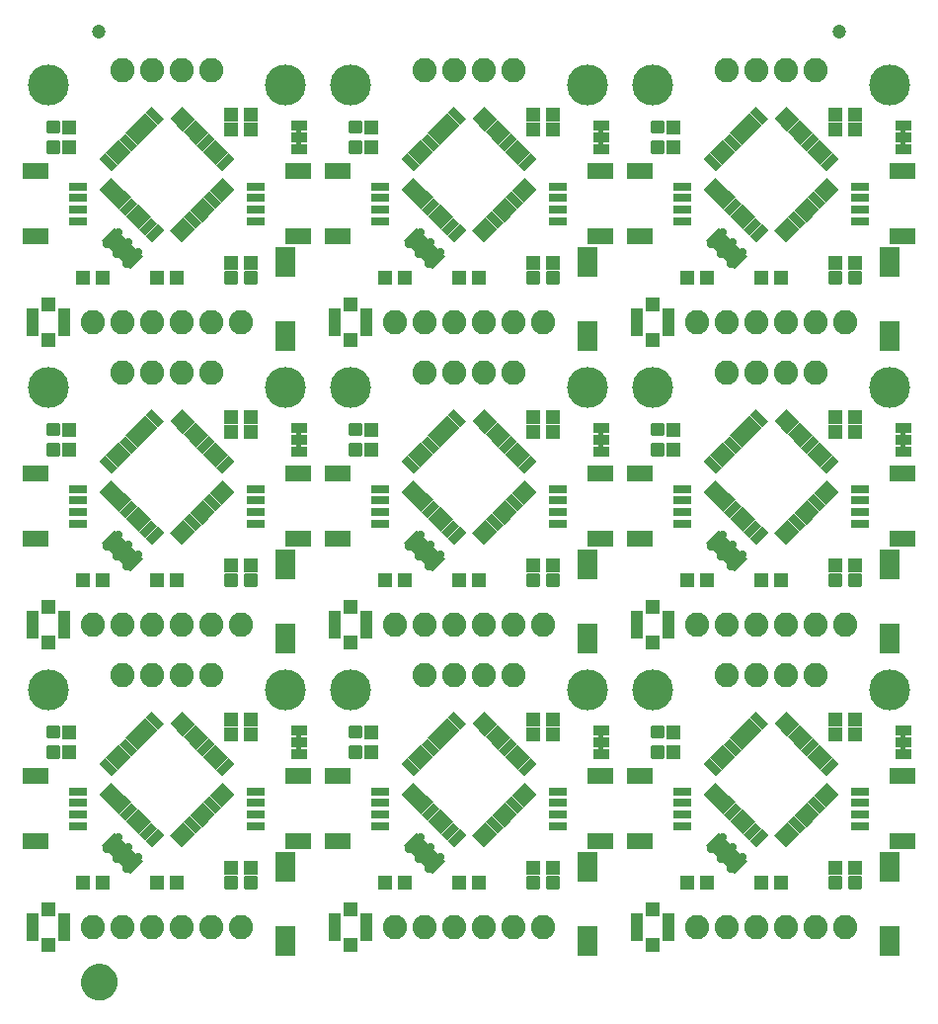
<source format=gts>
G75*
%MOIN*%
%OFA0B0*%
%FSLAX25Y25*%
%IPPOS*%
%LPD*%
%AMOC8*
5,1,8,0,0,1.08239X$1,22.5*
%
%ADD10R,0.05131X0.04737*%
%ADD11C,0.01421*%
%ADD12R,0.08674X0.05524*%
%ADD13R,0.06115X0.03162*%
%ADD14C,0.08200*%
%ADD15R,0.04146X0.09461*%
%ADD16R,0.04737X0.04934*%
%ADD17R,0.05800X0.03300*%
%ADD18C,0.00500*%
%ADD19R,0.04737X0.05131*%
%ADD20R,0.07099X0.09855*%
%ADD21R,0.05800X0.03000*%
%ADD22R,0.03000X0.05800*%
%ADD23C,0.02572*%
%ADD24R,0.13760X0.06040*%
%ADD25C,0.13800*%
%ADD26C,0.04737*%
%ADD27C,0.05000*%
%ADD28C,0.06706*%
D10*
X0050404Y0053750D03*
X0057096Y0053750D03*
X0075404Y0053750D03*
X0082096Y0053750D03*
X0100404Y0058750D03*
X0107096Y0058750D03*
X0152404Y0053750D03*
X0159096Y0053750D03*
X0177404Y0053750D03*
X0184096Y0053750D03*
X0202404Y0058750D03*
X0209096Y0058750D03*
X0254404Y0053750D03*
X0261096Y0053750D03*
X0279404Y0053750D03*
X0286096Y0053750D03*
X0304404Y0058750D03*
X0311096Y0058750D03*
X0311096Y0103750D03*
X0304404Y0103750D03*
X0304404Y0108750D03*
X0311096Y0108750D03*
X0286096Y0155750D03*
X0279404Y0155750D03*
X0261096Y0155750D03*
X0254404Y0155750D03*
X0209096Y0160750D03*
X0202404Y0160750D03*
X0184096Y0155750D03*
X0177404Y0155750D03*
X0159096Y0155750D03*
X0152404Y0155750D03*
X0107096Y0160750D03*
X0100404Y0160750D03*
X0082096Y0155750D03*
X0075404Y0155750D03*
X0057096Y0155750D03*
X0050404Y0155750D03*
X0100404Y0108750D03*
X0100404Y0103750D03*
X0107096Y0103750D03*
X0107096Y0108750D03*
X0202404Y0108750D03*
X0202404Y0103750D03*
X0209096Y0103750D03*
X0209096Y0108750D03*
X0304404Y0160750D03*
X0311096Y0160750D03*
X0311096Y0205750D03*
X0311096Y0210750D03*
X0304404Y0210750D03*
X0304404Y0205750D03*
X0286096Y0257750D03*
X0279404Y0257750D03*
X0261096Y0257750D03*
X0254404Y0257750D03*
X0209096Y0262750D03*
X0202404Y0262750D03*
X0184096Y0257750D03*
X0177404Y0257750D03*
X0159096Y0257750D03*
X0152404Y0257750D03*
X0107096Y0262750D03*
X0100404Y0262750D03*
X0082096Y0257750D03*
X0075404Y0257750D03*
X0057096Y0257750D03*
X0050404Y0257750D03*
X0100404Y0210750D03*
X0100404Y0205750D03*
X0107096Y0205750D03*
X0107096Y0210750D03*
X0202404Y0210750D03*
X0202404Y0205750D03*
X0209096Y0205750D03*
X0209096Y0210750D03*
X0304404Y0262750D03*
X0311096Y0262750D03*
X0311096Y0307750D03*
X0304404Y0307750D03*
X0304404Y0312750D03*
X0311096Y0312750D03*
X0209096Y0312750D03*
X0209096Y0307750D03*
X0202404Y0307750D03*
X0202404Y0312750D03*
X0107096Y0312750D03*
X0107096Y0307750D03*
X0100404Y0307750D03*
X0100404Y0312750D03*
D11*
X0140592Y0310361D02*
X0143908Y0310361D01*
X0143908Y0307045D01*
X0140592Y0307045D01*
X0140592Y0310361D01*
X0140592Y0308465D02*
X0143908Y0308465D01*
X0143908Y0309885D02*
X0140592Y0309885D01*
X0140592Y0303455D02*
X0143908Y0303455D01*
X0143908Y0300139D01*
X0140592Y0300139D01*
X0140592Y0303455D01*
X0140592Y0301559D02*
X0143908Y0301559D01*
X0143908Y0302979D02*
X0140592Y0302979D01*
X0108861Y0259408D02*
X0108861Y0256092D01*
X0105545Y0256092D01*
X0105545Y0259408D01*
X0108861Y0259408D01*
X0108861Y0257512D02*
X0105545Y0257512D01*
X0105545Y0258932D02*
X0108861Y0258932D01*
X0101955Y0259408D02*
X0101955Y0256092D01*
X0098639Y0256092D01*
X0098639Y0259408D01*
X0101955Y0259408D01*
X0101955Y0257512D02*
X0098639Y0257512D01*
X0098639Y0258932D02*
X0101955Y0258932D01*
X0140592Y0208361D02*
X0143908Y0208361D01*
X0143908Y0205045D01*
X0140592Y0205045D01*
X0140592Y0208361D01*
X0140592Y0206465D02*
X0143908Y0206465D01*
X0143908Y0207885D02*
X0140592Y0207885D01*
X0140592Y0201455D02*
X0143908Y0201455D01*
X0143908Y0198139D01*
X0140592Y0198139D01*
X0140592Y0201455D01*
X0140592Y0199559D02*
X0143908Y0199559D01*
X0143908Y0200979D02*
X0140592Y0200979D01*
X0108861Y0157408D02*
X0108861Y0154092D01*
X0105545Y0154092D01*
X0105545Y0157408D01*
X0108861Y0157408D01*
X0108861Y0155512D02*
X0105545Y0155512D01*
X0105545Y0156932D02*
X0108861Y0156932D01*
X0101955Y0157408D02*
X0101955Y0154092D01*
X0098639Y0154092D01*
X0098639Y0157408D01*
X0101955Y0157408D01*
X0101955Y0155512D02*
X0098639Y0155512D01*
X0098639Y0156932D02*
X0101955Y0156932D01*
X0140592Y0106361D02*
X0143908Y0106361D01*
X0143908Y0103045D01*
X0140592Y0103045D01*
X0140592Y0106361D01*
X0140592Y0104465D02*
X0143908Y0104465D01*
X0143908Y0105885D02*
X0140592Y0105885D01*
X0140592Y0099455D02*
X0143908Y0099455D01*
X0143908Y0096139D01*
X0140592Y0096139D01*
X0140592Y0099455D01*
X0140592Y0097559D02*
X0143908Y0097559D01*
X0143908Y0098979D02*
X0140592Y0098979D01*
X0108861Y0055408D02*
X0108861Y0052092D01*
X0105545Y0052092D01*
X0105545Y0055408D01*
X0108861Y0055408D01*
X0108861Y0053512D02*
X0105545Y0053512D01*
X0105545Y0054932D02*
X0108861Y0054932D01*
X0101955Y0055408D02*
X0101955Y0052092D01*
X0098639Y0052092D01*
X0098639Y0055408D01*
X0101955Y0055408D01*
X0101955Y0053512D02*
X0098639Y0053512D01*
X0098639Y0054932D02*
X0101955Y0054932D01*
X0041908Y0099455D02*
X0038592Y0099455D01*
X0041908Y0099455D02*
X0041908Y0096139D01*
X0038592Y0096139D01*
X0038592Y0099455D01*
X0038592Y0097559D02*
X0041908Y0097559D01*
X0041908Y0098979D02*
X0038592Y0098979D01*
X0038592Y0106361D02*
X0041908Y0106361D01*
X0041908Y0103045D01*
X0038592Y0103045D01*
X0038592Y0106361D01*
X0038592Y0104465D02*
X0041908Y0104465D01*
X0041908Y0105885D02*
X0038592Y0105885D01*
X0038592Y0201455D02*
X0041908Y0201455D01*
X0041908Y0198139D01*
X0038592Y0198139D01*
X0038592Y0201455D01*
X0038592Y0199559D02*
X0041908Y0199559D01*
X0041908Y0200979D02*
X0038592Y0200979D01*
X0038592Y0208361D02*
X0041908Y0208361D01*
X0041908Y0205045D01*
X0038592Y0205045D01*
X0038592Y0208361D01*
X0038592Y0206465D02*
X0041908Y0206465D01*
X0041908Y0207885D02*
X0038592Y0207885D01*
X0038592Y0303455D02*
X0041908Y0303455D01*
X0041908Y0300139D01*
X0038592Y0300139D01*
X0038592Y0303455D01*
X0038592Y0301559D02*
X0041908Y0301559D01*
X0041908Y0302979D02*
X0038592Y0302979D01*
X0038592Y0310361D02*
X0041908Y0310361D01*
X0041908Y0307045D01*
X0038592Y0307045D01*
X0038592Y0310361D01*
X0038592Y0308465D02*
X0041908Y0308465D01*
X0041908Y0309885D02*
X0038592Y0309885D01*
X0203955Y0259408D02*
X0203955Y0256092D01*
X0200639Y0256092D01*
X0200639Y0259408D01*
X0203955Y0259408D01*
X0203955Y0257512D02*
X0200639Y0257512D01*
X0200639Y0258932D02*
X0203955Y0258932D01*
X0210861Y0259408D02*
X0210861Y0256092D01*
X0207545Y0256092D01*
X0207545Y0259408D01*
X0210861Y0259408D01*
X0210861Y0257512D02*
X0207545Y0257512D01*
X0207545Y0258932D02*
X0210861Y0258932D01*
X0242592Y0303455D02*
X0245908Y0303455D01*
X0245908Y0300139D01*
X0242592Y0300139D01*
X0242592Y0303455D01*
X0242592Y0301559D02*
X0245908Y0301559D01*
X0245908Y0302979D02*
X0242592Y0302979D01*
X0242592Y0310361D02*
X0245908Y0310361D01*
X0245908Y0307045D01*
X0242592Y0307045D01*
X0242592Y0310361D01*
X0242592Y0308465D02*
X0245908Y0308465D01*
X0245908Y0309885D02*
X0242592Y0309885D01*
X0305955Y0259408D02*
X0305955Y0256092D01*
X0302639Y0256092D01*
X0302639Y0259408D01*
X0305955Y0259408D01*
X0305955Y0257512D02*
X0302639Y0257512D01*
X0302639Y0258932D02*
X0305955Y0258932D01*
X0312861Y0259408D02*
X0312861Y0256092D01*
X0309545Y0256092D01*
X0309545Y0259408D01*
X0312861Y0259408D01*
X0312861Y0257512D02*
X0309545Y0257512D01*
X0309545Y0258932D02*
X0312861Y0258932D01*
X0245908Y0208361D02*
X0242592Y0208361D01*
X0245908Y0208361D02*
X0245908Y0205045D01*
X0242592Y0205045D01*
X0242592Y0208361D01*
X0242592Y0206465D02*
X0245908Y0206465D01*
X0245908Y0207885D02*
X0242592Y0207885D01*
X0242592Y0201455D02*
X0245908Y0201455D01*
X0245908Y0198139D01*
X0242592Y0198139D01*
X0242592Y0201455D01*
X0242592Y0199559D02*
X0245908Y0199559D01*
X0245908Y0200979D02*
X0242592Y0200979D01*
X0210861Y0157408D02*
X0210861Y0154092D01*
X0207545Y0154092D01*
X0207545Y0157408D01*
X0210861Y0157408D01*
X0210861Y0155512D02*
X0207545Y0155512D01*
X0207545Y0156932D02*
X0210861Y0156932D01*
X0203955Y0157408D02*
X0203955Y0154092D01*
X0200639Y0154092D01*
X0200639Y0157408D01*
X0203955Y0157408D01*
X0203955Y0155512D02*
X0200639Y0155512D01*
X0200639Y0156932D02*
X0203955Y0156932D01*
X0242592Y0106361D02*
X0245908Y0106361D01*
X0245908Y0103045D01*
X0242592Y0103045D01*
X0242592Y0106361D01*
X0242592Y0104465D02*
X0245908Y0104465D01*
X0245908Y0105885D02*
X0242592Y0105885D01*
X0242592Y0099455D02*
X0245908Y0099455D01*
X0245908Y0096139D01*
X0242592Y0096139D01*
X0242592Y0099455D01*
X0242592Y0097559D02*
X0245908Y0097559D01*
X0245908Y0098979D02*
X0242592Y0098979D01*
X0210861Y0055408D02*
X0210861Y0052092D01*
X0207545Y0052092D01*
X0207545Y0055408D01*
X0210861Y0055408D01*
X0210861Y0053512D02*
X0207545Y0053512D01*
X0207545Y0054932D02*
X0210861Y0054932D01*
X0203955Y0055408D02*
X0203955Y0052092D01*
X0200639Y0052092D01*
X0200639Y0055408D01*
X0203955Y0055408D01*
X0203955Y0053512D02*
X0200639Y0053512D01*
X0200639Y0054932D02*
X0203955Y0054932D01*
X0305955Y0055408D02*
X0305955Y0052092D01*
X0302639Y0052092D01*
X0302639Y0055408D01*
X0305955Y0055408D01*
X0305955Y0053512D02*
X0302639Y0053512D01*
X0302639Y0054932D02*
X0305955Y0054932D01*
X0312861Y0055408D02*
X0312861Y0052092D01*
X0309545Y0052092D01*
X0309545Y0055408D01*
X0312861Y0055408D01*
X0312861Y0053512D02*
X0309545Y0053512D01*
X0309545Y0054932D02*
X0312861Y0054932D01*
X0312861Y0154092D02*
X0312861Y0157408D01*
X0312861Y0154092D02*
X0309545Y0154092D01*
X0309545Y0157408D01*
X0312861Y0157408D01*
X0312861Y0155512D02*
X0309545Y0155512D01*
X0309545Y0156932D02*
X0312861Y0156932D01*
X0305955Y0157408D02*
X0305955Y0154092D01*
X0302639Y0154092D01*
X0302639Y0157408D01*
X0305955Y0157408D01*
X0305955Y0155512D02*
X0302639Y0155512D01*
X0302639Y0156932D02*
X0305955Y0156932D01*
D12*
X0327219Y0169726D03*
X0327219Y0191774D03*
X0327219Y0271726D03*
X0327219Y0293774D03*
X0238281Y0293774D03*
X0225219Y0293774D03*
X0225219Y0271726D03*
X0238281Y0271726D03*
X0238281Y0191774D03*
X0225219Y0191774D03*
X0225219Y0169726D03*
X0238281Y0169726D03*
X0238281Y0089774D03*
X0225219Y0089774D03*
X0225219Y0067726D03*
X0238281Y0067726D03*
X0327219Y0067726D03*
X0327219Y0089774D03*
X0136281Y0089774D03*
X0123219Y0089774D03*
X0123219Y0067726D03*
X0136281Y0067726D03*
X0034281Y0067726D03*
X0034281Y0089774D03*
X0034281Y0169726D03*
X0034281Y0191774D03*
X0034281Y0271726D03*
X0034281Y0293774D03*
X0123219Y0293774D03*
X0136281Y0293774D03*
X0136281Y0271726D03*
X0123219Y0271726D03*
X0123219Y0191774D03*
X0136281Y0191774D03*
X0136281Y0169726D03*
X0123219Y0169726D03*
D13*
X0108750Y0174844D03*
X0108750Y0178781D03*
X0108750Y0182719D03*
X0108750Y0186656D03*
X0150750Y0186656D03*
X0150750Y0182719D03*
X0150750Y0178781D03*
X0150750Y0174844D03*
X0210750Y0174844D03*
X0210750Y0178781D03*
X0210750Y0182719D03*
X0210750Y0186656D03*
X0252750Y0186656D03*
X0252750Y0182719D03*
X0252750Y0178781D03*
X0252750Y0174844D03*
X0312750Y0174844D03*
X0312750Y0178781D03*
X0312750Y0182719D03*
X0312750Y0186656D03*
X0312750Y0276844D03*
X0312750Y0280781D03*
X0312750Y0284719D03*
X0312750Y0288656D03*
X0252750Y0288656D03*
X0252750Y0284719D03*
X0252750Y0280781D03*
X0252750Y0276844D03*
X0210750Y0276844D03*
X0210750Y0280781D03*
X0210750Y0284719D03*
X0210750Y0288656D03*
X0150750Y0288656D03*
X0150750Y0284719D03*
X0150750Y0280781D03*
X0150750Y0276844D03*
X0108750Y0276844D03*
X0108750Y0280781D03*
X0108750Y0284719D03*
X0108750Y0288656D03*
X0048750Y0288656D03*
X0048750Y0284719D03*
X0048750Y0280781D03*
X0048750Y0276844D03*
X0048750Y0186656D03*
X0048750Y0182719D03*
X0048750Y0178781D03*
X0048750Y0174844D03*
X0048750Y0084656D03*
X0048750Y0080719D03*
X0048750Y0076781D03*
X0048750Y0072844D03*
X0108750Y0072844D03*
X0108750Y0076781D03*
X0108750Y0080719D03*
X0108750Y0084656D03*
X0150750Y0084656D03*
X0150750Y0080719D03*
X0150750Y0076781D03*
X0150750Y0072844D03*
X0210750Y0072844D03*
X0210750Y0076781D03*
X0210750Y0080719D03*
X0210750Y0084656D03*
X0252750Y0084656D03*
X0252750Y0080719D03*
X0252750Y0076781D03*
X0252750Y0072844D03*
X0312750Y0072844D03*
X0312750Y0076781D03*
X0312750Y0080719D03*
X0312750Y0084656D03*
D14*
X0297750Y0123750D03*
X0287750Y0123750D03*
X0277750Y0123750D03*
X0267750Y0123750D03*
X0267750Y0140750D03*
X0257750Y0140750D03*
X0277750Y0140750D03*
X0287750Y0140750D03*
X0297750Y0140750D03*
X0307750Y0140750D03*
X0297750Y0225750D03*
X0287750Y0225750D03*
X0277750Y0225750D03*
X0267750Y0225750D03*
X0267750Y0242750D03*
X0257750Y0242750D03*
X0277750Y0242750D03*
X0287750Y0242750D03*
X0297750Y0242750D03*
X0307750Y0242750D03*
X0297750Y0327750D03*
X0287750Y0327750D03*
X0277750Y0327750D03*
X0267750Y0327750D03*
X0195750Y0327750D03*
X0185750Y0327750D03*
X0175750Y0327750D03*
X0165750Y0327750D03*
X0093750Y0327750D03*
X0083750Y0327750D03*
X0073750Y0327750D03*
X0063750Y0327750D03*
X0063750Y0242750D03*
X0053750Y0242750D03*
X0063750Y0225750D03*
X0073750Y0225750D03*
X0083750Y0225750D03*
X0093750Y0225750D03*
X0093750Y0242750D03*
X0083750Y0242750D03*
X0073750Y0242750D03*
X0103750Y0242750D03*
X0155750Y0242750D03*
X0165750Y0242750D03*
X0175750Y0242750D03*
X0185750Y0242750D03*
X0195750Y0242750D03*
X0205750Y0242750D03*
X0195750Y0225750D03*
X0185750Y0225750D03*
X0175750Y0225750D03*
X0165750Y0225750D03*
X0165750Y0140750D03*
X0155750Y0140750D03*
X0175750Y0140750D03*
X0185750Y0140750D03*
X0195750Y0140750D03*
X0205750Y0140750D03*
X0195750Y0123750D03*
X0185750Y0123750D03*
X0175750Y0123750D03*
X0165750Y0123750D03*
X0103750Y0140750D03*
X0093750Y0140750D03*
X0083750Y0140750D03*
X0073750Y0140750D03*
X0063750Y0140750D03*
X0053750Y0140750D03*
X0063750Y0123750D03*
X0073750Y0123750D03*
X0083750Y0123750D03*
X0093750Y0123750D03*
X0093750Y0038750D03*
X0083750Y0038750D03*
X0073750Y0038750D03*
X0063750Y0038750D03*
X0053750Y0038750D03*
X0103750Y0038750D03*
X0155750Y0038750D03*
X0165750Y0038750D03*
X0175750Y0038750D03*
X0185750Y0038750D03*
X0195750Y0038750D03*
X0205750Y0038750D03*
X0257750Y0038750D03*
X0267750Y0038750D03*
X0277750Y0038750D03*
X0287750Y0038750D03*
X0297750Y0038750D03*
X0307750Y0038750D03*
D15*
X0248163Y0038750D03*
X0237337Y0038750D03*
X0146163Y0038750D03*
X0135337Y0038750D03*
X0044163Y0038750D03*
X0033337Y0038750D03*
X0033337Y0140750D03*
X0044163Y0140750D03*
X0135337Y0140750D03*
X0146163Y0140750D03*
X0237337Y0140750D03*
X0248163Y0140750D03*
X0248163Y0242750D03*
X0237337Y0242750D03*
X0146163Y0242750D03*
X0135337Y0242750D03*
X0044163Y0242750D03*
X0033337Y0242750D03*
D16*
X0038750Y0032746D03*
X0038750Y0044754D03*
X0038750Y0134746D03*
X0038750Y0146754D03*
X0038750Y0236746D03*
X0038750Y0248754D03*
X0140750Y0248754D03*
X0140750Y0236746D03*
X0140750Y0146754D03*
X0140750Y0134746D03*
X0140750Y0044754D03*
X0140750Y0032746D03*
X0242750Y0032746D03*
X0242750Y0044754D03*
X0242750Y0134746D03*
X0242750Y0146754D03*
X0242750Y0236746D03*
X0242750Y0248754D03*
D17*
X0225250Y0207250D03*
X0225250Y0203250D03*
X0225250Y0199250D03*
X0225250Y0105250D03*
X0225250Y0101250D03*
X0225250Y0097250D03*
X0123250Y0097250D03*
X0123250Y0101250D03*
X0123250Y0105250D03*
X0123250Y0199250D03*
X0123250Y0203250D03*
X0123250Y0207250D03*
X0123250Y0301250D03*
X0123250Y0305250D03*
X0123250Y0309250D03*
X0225250Y0309250D03*
X0225250Y0305250D03*
X0225250Y0301250D03*
X0327250Y0301250D03*
X0327250Y0305250D03*
X0327250Y0309250D03*
X0327250Y0207250D03*
X0327250Y0203250D03*
X0327250Y0199250D03*
X0327250Y0105250D03*
X0327250Y0101250D03*
X0327250Y0097250D03*
D18*
X0327750Y0098500D02*
X0326750Y0098500D01*
X0326750Y0100000D01*
X0327750Y0100000D01*
X0327750Y0098500D01*
X0327750Y0098542D02*
X0326750Y0098542D01*
X0326750Y0099040D02*
X0327750Y0099040D01*
X0327750Y0099539D02*
X0326750Y0099539D01*
X0326750Y0102500D02*
X0327750Y0102500D01*
X0327750Y0104000D01*
X0326750Y0104000D01*
X0326750Y0102500D01*
X0326750Y0102530D02*
X0327750Y0102530D01*
X0327750Y0103028D02*
X0326750Y0103028D01*
X0326750Y0103527D02*
X0327750Y0103527D01*
X0225750Y0103527D02*
X0224750Y0103527D01*
X0224750Y0104000D02*
X0225750Y0104000D01*
X0225750Y0102500D01*
X0224750Y0102500D01*
X0224750Y0104000D01*
X0224750Y0103028D02*
X0225750Y0103028D01*
X0225750Y0102530D02*
X0224750Y0102530D01*
X0224750Y0100000D02*
X0225750Y0100000D01*
X0225750Y0098500D01*
X0224750Y0098500D01*
X0224750Y0100000D01*
X0224750Y0099539D02*
X0225750Y0099539D01*
X0225750Y0099040D02*
X0224750Y0099040D01*
X0224750Y0098542D02*
X0225750Y0098542D01*
X0123750Y0098542D02*
X0122750Y0098542D01*
X0122750Y0098500D02*
X0123750Y0098500D01*
X0123750Y0100000D01*
X0122750Y0100000D01*
X0122750Y0098500D01*
X0122750Y0099040D02*
X0123750Y0099040D01*
X0123750Y0099539D02*
X0122750Y0099539D01*
X0122750Y0102500D02*
X0123750Y0102500D01*
X0123750Y0104000D01*
X0122750Y0104000D01*
X0122750Y0102500D01*
X0122750Y0102530D02*
X0123750Y0102530D01*
X0123750Y0103028D02*
X0122750Y0103028D01*
X0122750Y0103527D02*
X0123750Y0103527D01*
X0123750Y0200500D02*
X0122750Y0200500D01*
X0122750Y0202000D01*
X0123750Y0202000D01*
X0123750Y0200500D01*
X0123750Y0200736D02*
X0122750Y0200736D01*
X0122750Y0201235D02*
X0123750Y0201235D01*
X0123750Y0201733D02*
X0122750Y0201733D01*
X0122750Y0204500D02*
X0123750Y0204500D01*
X0123750Y0206000D01*
X0122750Y0206000D01*
X0122750Y0204500D01*
X0122750Y0204724D02*
X0123750Y0204724D01*
X0123750Y0205223D02*
X0122750Y0205223D01*
X0122750Y0205722D02*
X0123750Y0205722D01*
X0224750Y0205722D02*
X0225750Y0205722D01*
X0225750Y0206000D02*
X0225750Y0204500D01*
X0224750Y0204500D01*
X0224750Y0206000D01*
X0225750Y0206000D01*
X0225750Y0205223D02*
X0224750Y0205223D01*
X0224750Y0204724D02*
X0225750Y0204724D01*
X0225750Y0202000D02*
X0225750Y0200500D01*
X0224750Y0200500D01*
X0224750Y0202000D01*
X0225750Y0202000D01*
X0225750Y0201733D02*
X0224750Y0201733D01*
X0224750Y0201235D02*
X0225750Y0201235D01*
X0225750Y0200736D02*
X0224750Y0200736D01*
X0326750Y0200736D02*
X0327750Y0200736D01*
X0327750Y0200500D02*
X0326750Y0200500D01*
X0326750Y0202000D01*
X0327750Y0202000D01*
X0327750Y0200500D01*
X0327750Y0201235D02*
X0326750Y0201235D01*
X0326750Y0201733D02*
X0327750Y0201733D01*
X0327750Y0204500D02*
X0326750Y0204500D01*
X0326750Y0206000D01*
X0327750Y0206000D01*
X0327750Y0204500D01*
X0327750Y0204724D02*
X0326750Y0204724D01*
X0326750Y0205223D02*
X0327750Y0205223D01*
X0327750Y0205722D02*
X0326750Y0205722D01*
X0326750Y0302500D02*
X0327750Y0302500D01*
X0327750Y0304000D01*
X0326750Y0304000D01*
X0326750Y0302500D01*
X0326750Y0302931D02*
X0327750Y0302931D01*
X0327750Y0303430D02*
X0326750Y0303430D01*
X0326750Y0303928D02*
X0327750Y0303928D01*
X0327750Y0306500D02*
X0326750Y0306500D01*
X0326750Y0308000D01*
X0327750Y0308000D01*
X0327750Y0306500D01*
X0327750Y0306919D02*
X0326750Y0306919D01*
X0326750Y0307418D02*
X0327750Y0307418D01*
X0327750Y0307916D02*
X0326750Y0307916D01*
X0225750Y0307916D02*
X0224750Y0307916D01*
X0224750Y0308000D02*
X0225750Y0308000D01*
X0225750Y0306500D01*
X0224750Y0306500D01*
X0224750Y0308000D01*
X0224750Y0307418D02*
X0225750Y0307418D01*
X0225750Y0306919D02*
X0224750Y0306919D01*
X0224750Y0304000D02*
X0225750Y0304000D01*
X0225750Y0302500D01*
X0224750Y0302500D01*
X0224750Y0304000D01*
X0224750Y0303928D02*
X0225750Y0303928D01*
X0225750Y0303430D02*
X0224750Y0303430D01*
X0224750Y0302931D02*
X0225750Y0302931D01*
X0123750Y0302931D02*
X0122750Y0302931D01*
X0122750Y0302500D02*
X0123750Y0302500D01*
X0123750Y0304000D01*
X0122750Y0304000D01*
X0122750Y0302500D01*
X0122750Y0303430D02*
X0123750Y0303430D01*
X0123750Y0303928D02*
X0122750Y0303928D01*
X0122750Y0306500D02*
X0123750Y0306500D01*
X0123750Y0308000D01*
X0122750Y0308000D01*
X0122750Y0306500D01*
X0122750Y0306919D02*
X0123750Y0306919D01*
X0123750Y0307418D02*
X0122750Y0307418D01*
X0122750Y0307916D02*
X0123750Y0307916D01*
D19*
X0147750Y0308596D03*
X0147750Y0301904D03*
X0045750Y0301904D03*
X0045750Y0308596D03*
X0045750Y0206596D03*
X0045750Y0199904D03*
X0045750Y0104596D03*
X0045750Y0097904D03*
X0147750Y0097904D03*
X0147750Y0104596D03*
X0147750Y0199904D03*
X0147750Y0206596D03*
X0249750Y0206596D03*
X0249750Y0199904D03*
X0249750Y0104596D03*
X0249750Y0097904D03*
X0249750Y0301904D03*
X0249750Y0308596D03*
D20*
X0220750Y0263152D03*
X0220750Y0238348D03*
X0220750Y0161152D03*
X0220750Y0136348D03*
X0220750Y0059152D03*
X0220750Y0034348D03*
X0322750Y0034348D03*
X0322750Y0059152D03*
X0322750Y0136348D03*
X0322750Y0161152D03*
X0322750Y0238348D03*
X0322750Y0263152D03*
X0118750Y0263152D03*
X0118750Y0238348D03*
X0118750Y0161152D03*
X0118750Y0136348D03*
X0118750Y0059152D03*
X0118750Y0034348D03*
D21*
G36*
X0077706Y0069994D02*
X0073606Y0065894D01*
X0071484Y0068016D01*
X0075584Y0072116D01*
X0077706Y0069994D01*
G37*
G36*
X0075479Y0072221D02*
X0071379Y0068121D01*
X0069257Y0070243D01*
X0073357Y0074343D01*
X0075479Y0072221D01*
G37*
G36*
X0073252Y0074448D02*
X0069152Y0070348D01*
X0067030Y0072470D01*
X0071130Y0076570D01*
X0073252Y0074448D01*
G37*
G36*
X0071024Y0076675D02*
X0066924Y0072575D01*
X0064802Y0074697D01*
X0068902Y0078797D01*
X0071024Y0076675D01*
G37*
G36*
X0068797Y0078902D02*
X0064697Y0074802D01*
X0062575Y0076924D01*
X0066675Y0081024D01*
X0068797Y0078902D01*
G37*
G36*
X0066570Y0081130D02*
X0062470Y0077030D01*
X0060348Y0079152D01*
X0064448Y0083252D01*
X0066570Y0081130D01*
G37*
G36*
X0064343Y0083357D02*
X0060243Y0079257D01*
X0058121Y0081379D01*
X0062221Y0085479D01*
X0064343Y0083357D01*
G37*
G36*
X0062116Y0085584D02*
X0058016Y0081484D01*
X0055894Y0083606D01*
X0059994Y0087706D01*
X0062116Y0085584D01*
G37*
G36*
X0088243Y0107257D02*
X0084143Y0103157D01*
X0082021Y0105279D01*
X0086121Y0109379D01*
X0088243Y0107257D01*
G37*
G36*
X0090470Y0105030D02*
X0086370Y0100930D01*
X0084248Y0103052D01*
X0088348Y0107152D01*
X0090470Y0105030D01*
G37*
G36*
X0092698Y0102803D02*
X0088598Y0098703D01*
X0086476Y0100825D01*
X0090576Y0104925D01*
X0092698Y0102803D01*
G37*
G36*
X0094925Y0100576D02*
X0090825Y0096476D01*
X0088703Y0098598D01*
X0092803Y0102698D01*
X0094925Y0100576D01*
G37*
G36*
X0097152Y0098348D02*
X0093052Y0094248D01*
X0090930Y0096370D01*
X0095030Y0100470D01*
X0097152Y0098348D01*
G37*
G36*
X0099379Y0096121D02*
X0095279Y0092021D01*
X0093157Y0094143D01*
X0097257Y0098243D01*
X0099379Y0096121D01*
G37*
G36*
X0101606Y0093894D02*
X0097506Y0089794D01*
X0095384Y0091916D01*
X0099484Y0096016D01*
X0101606Y0093894D01*
G37*
G36*
X0086016Y0109484D02*
X0081916Y0105384D01*
X0079794Y0107506D01*
X0083894Y0111606D01*
X0086016Y0109484D01*
G37*
G36*
X0077706Y0171994D02*
X0073606Y0167894D01*
X0071484Y0170016D01*
X0075584Y0174116D01*
X0077706Y0171994D01*
G37*
G36*
X0075479Y0174221D02*
X0071379Y0170121D01*
X0069257Y0172243D01*
X0073357Y0176343D01*
X0075479Y0174221D01*
G37*
G36*
X0073252Y0176448D02*
X0069152Y0172348D01*
X0067030Y0174470D01*
X0071130Y0178570D01*
X0073252Y0176448D01*
G37*
G36*
X0071024Y0178675D02*
X0066924Y0174575D01*
X0064802Y0176697D01*
X0068902Y0180797D01*
X0071024Y0178675D01*
G37*
G36*
X0068797Y0180902D02*
X0064697Y0176802D01*
X0062575Y0178924D01*
X0066675Y0183024D01*
X0068797Y0180902D01*
G37*
G36*
X0066570Y0183130D02*
X0062470Y0179030D01*
X0060348Y0181152D01*
X0064448Y0185252D01*
X0066570Y0183130D01*
G37*
G36*
X0064343Y0185357D02*
X0060243Y0181257D01*
X0058121Y0183379D01*
X0062221Y0187479D01*
X0064343Y0185357D01*
G37*
G36*
X0062116Y0187584D02*
X0058016Y0183484D01*
X0055894Y0185606D01*
X0059994Y0189706D01*
X0062116Y0187584D01*
G37*
G36*
X0088243Y0209257D02*
X0084143Y0205157D01*
X0082021Y0207279D01*
X0086121Y0211379D01*
X0088243Y0209257D01*
G37*
G36*
X0090470Y0207030D02*
X0086370Y0202930D01*
X0084248Y0205052D01*
X0088348Y0209152D01*
X0090470Y0207030D01*
G37*
G36*
X0092698Y0204803D02*
X0088598Y0200703D01*
X0086476Y0202825D01*
X0090576Y0206925D01*
X0092698Y0204803D01*
G37*
G36*
X0094925Y0202576D02*
X0090825Y0198476D01*
X0088703Y0200598D01*
X0092803Y0204698D01*
X0094925Y0202576D01*
G37*
G36*
X0097152Y0200348D02*
X0093052Y0196248D01*
X0090930Y0198370D01*
X0095030Y0202470D01*
X0097152Y0200348D01*
G37*
G36*
X0099379Y0198121D02*
X0095279Y0194021D01*
X0093157Y0196143D01*
X0097257Y0200243D01*
X0099379Y0198121D01*
G37*
G36*
X0101606Y0195894D02*
X0097506Y0191794D01*
X0095384Y0193916D01*
X0099484Y0198016D01*
X0101606Y0195894D01*
G37*
G36*
X0086016Y0211484D02*
X0081916Y0207384D01*
X0079794Y0209506D01*
X0083894Y0213606D01*
X0086016Y0211484D01*
G37*
G36*
X0077706Y0273994D02*
X0073606Y0269894D01*
X0071484Y0272016D01*
X0075584Y0276116D01*
X0077706Y0273994D01*
G37*
G36*
X0075479Y0276221D02*
X0071379Y0272121D01*
X0069257Y0274243D01*
X0073357Y0278343D01*
X0075479Y0276221D01*
G37*
G36*
X0073252Y0278448D02*
X0069152Y0274348D01*
X0067030Y0276470D01*
X0071130Y0280570D01*
X0073252Y0278448D01*
G37*
G36*
X0071024Y0280675D02*
X0066924Y0276575D01*
X0064802Y0278697D01*
X0068902Y0282797D01*
X0071024Y0280675D01*
G37*
G36*
X0068797Y0282902D02*
X0064697Y0278802D01*
X0062575Y0280924D01*
X0066675Y0285024D01*
X0068797Y0282902D01*
G37*
G36*
X0066570Y0285130D02*
X0062470Y0281030D01*
X0060348Y0283152D01*
X0064448Y0287252D01*
X0066570Y0285130D01*
G37*
G36*
X0064343Y0287357D02*
X0060243Y0283257D01*
X0058121Y0285379D01*
X0062221Y0289479D01*
X0064343Y0287357D01*
G37*
G36*
X0062116Y0289584D02*
X0058016Y0285484D01*
X0055894Y0287606D01*
X0059994Y0291706D01*
X0062116Y0289584D01*
G37*
G36*
X0088243Y0311257D02*
X0084143Y0307157D01*
X0082021Y0309279D01*
X0086121Y0313379D01*
X0088243Y0311257D01*
G37*
G36*
X0090470Y0309030D02*
X0086370Y0304930D01*
X0084248Y0307052D01*
X0088348Y0311152D01*
X0090470Y0309030D01*
G37*
G36*
X0092698Y0306803D02*
X0088598Y0302703D01*
X0086476Y0304825D01*
X0090576Y0308925D01*
X0092698Y0306803D01*
G37*
G36*
X0094925Y0304576D02*
X0090825Y0300476D01*
X0088703Y0302598D01*
X0092803Y0306698D01*
X0094925Y0304576D01*
G37*
G36*
X0097152Y0302348D02*
X0093052Y0298248D01*
X0090930Y0300370D01*
X0095030Y0304470D01*
X0097152Y0302348D01*
G37*
G36*
X0099379Y0300121D02*
X0095279Y0296021D01*
X0093157Y0298143D01*
X0097257Y0302243D01*
X0099379Y0300121D01*
G37*
G36*
X0101606Y0297894D02*
X0097506Y0293794D01*
X0095384Y0295916D01*
X0099484Y0300016D01*
X0101606Y0297894D01*
G37*
G36*
X0086016Y0313484D02*
X0081916Y0309384D01*
X0079794Y0311506D01*
X0083894Y0315606D01*
X0086016Y0313484D01*
G37*
G36*
X0164116Y0289584D02*
X0160016Y0285484D01*
X0157894Y0287606D01*
X0161994Y0291706D01*
X0164116Y0289584D01*
G37*
G36*
X0166343Y0287357D02*
X0162243Y0283257D01*
X0160121Y0285379D01*
X0164221Y0289479D01*
X0166343Y0287357D01*
G37*
G36*
X0168570Y0285130D02*
X0164470Y0281030D01*
X0162348Y0283152D01*
X0166448Y0287252D01*
X0168570Y0285130D01*
G37*
G36*
X0170797Y0282902D02*
X0166697Y0278802D01*
X0164575Y0280924D01*
X0168675Y0285024D01*
X0170797Y0282902D01*
G37*
G36*
X0173024Y0280675D02*
X0168924Y0276575D01*
X0166802Y0278697D01*
X0170902Y0282797D01*
X0173024Y0280675D01*
G37*
G36*
X0175252Y0278448D02*
X0171152Y0274348D01*
X0169030Y0276470D01*
X0173130Y0280570D01*
X0175252Y0278448D01*
G37*
G36*
X0177479Y0276221D02*
X0173379Y0272121D01*
X0171257Y0274243D01*
X0175357Y0278343D01*
X0177479Y0276221D01*
G37*
G36*
X0179706Y0273994D02*
X0175606Y0269894D01*
X0173484Y0272016D01*
X0177584Y0276116D01*
X0179706Y0273994D01*
G37*
G36*
X0203606Y0297894D02*
X0199506Y0293794D01*
X0197384Y0295916D01*
X0201484Y0300016D01*
X0203606Y0297894D01*
G37*
G36*
X0201379Y0300121D02*
X0197279Y0296021D01*
X0195157Y0298143D01*
X0199257Y0302243D01*
X0201379Y0300121D01*
G37*
G36*
X0199152Y0302348D02*
X0195052Y0298248D01*
X0192930Y0300370D01*
X0197030Y0304470D01*
X0199152Y0302348D01*
G37*
G36*
X0196925Y0304576D02*
X0192825Y0300476D01*
X0190703Y0302598D01*
X0194803Y0306698D01*
X0196925Y0304576D01*
G37*
G36*
X0194698Y0306803D02*
X0190598Y0302703D01*
X0188476Y0304825D01*
X0192576Y0308925D01*
X0194698Y0306803D01*
G37*
G36*
X0192470Y0309030D02*
X0188370Y0304930D01*
X0186248Y0307052D01*
X0190348Y0311152D01*
X0192470Y0309030D01*
G37*
G36*
X0190243Y0311257D02*
X0186143Y0307157D01*
X0184021Y0309279D01*
X0188121Y0313379D01*
X0190243Y0311257D01*
G37*
G36*
X0188016Y0313484D02*
X0183916Y0309384D01*
X0181794Y0311506D01*
X0185894Y0315606D01*
X0188016Y0313484D01*
G37*
G36*
X0266116Y0289584D02*
X0262016Y0285484D01*
X0259894Y0287606D01*
X0263994Y0291706D01*
X0266116Y0289584D01*
G37*
G36*
X0268343Y0287357D02*
X0264243Y0283257D01*
X0262121Y0285379D01*
X0266221Y0289479D01*
X0268343Y0287357D01*
G37*
G36*
X0270570Y0285130D02*
X0266470Y0281030D01*
X0264348Y0283152D01*
X0268448Y0287252D01*
X0270570Y0285130D01*
G37*
G36*
X0272797Y0282902D02*
X0268697Y0278802D01*
X0266575Y0280924D01*
X0270675Y0285024D01*
X0272797Y0282902D01*
G37*
G36*
X0275024Y0280675D02*
X0270924Y0276575D01*
X0268802Y0278697D01*
X0272902Y0282797D01*
X0275024Y0280675D01*
G37*
G36*
X0277252Y0278448D02*
X0273152Y0274348D01*
X0271030Y0276470D01*
X0275130Y0280570D01*
X0277252Y0278448D01*
G37*
G36*
X0279479Y0276221D02*
X0275379Y0272121D01*
X0273257Y0274243D01*
X0277357Y0278343D01*
X0279479Y0276221D01*
G37*
G36*
X0281706Y0273994D02*
X0277606Y0269894D01*
X0275484Y0272016D01*
X0279584Y0276116D01*
X0281706Y0273994D01*
G37*
G36*
X0305606Y0297894D02*
X0301506Y0293794D01*
X0299384Y0295916D01*
X0303484Y0300016D01*
X0305606Y0297894D01*
G37*
G36*
X0303379Y0300121D02*
X0299279Y0296021D01*
X0297157Y0298143D01*
X0301257Y0302243D01*
X0303379Y0300121D01*
G37*
G36*
X0301152Y0302348D02*
X0297052Y0298248D01*
X0294930Y0300370D01*
X0299030Y0304470D01*
X0301152Y0302348D01*
G37*
G36*
X0298925Y0304576D02*
X0294825Y0300476D01*
X0292703Y0302598D01*
X0296803Y0306698D01*
X0298925Y0304576D01*
G37*
G36*
X0296698Y0306803D02*
X0292598Y0302703D01*
X0290476Y0304825D01*
X0294576Y0308925D01*
X0296698Y0306803D01*
G37*
G36*
X0294470Y0309030D02*
X0290370Y0304930D01*
X0288248Y0307052D01*
X0292348Y0311152D01*
X0294470Y0309030D01*
G37*
G36*
X0292243Y0311257D02*
X0288143Y0307157D01*
X0286021Y0309279D01*
X0290121Y0313379D01*
X0292243Y0311257D01*
G37*
G36*
X0290016Y0313484D02*
X0285916Y0309384D01*
X0283794Y0311506D01*
X0287894Y0315606D01*
X0290016Y0313484D01*
G37*
G36*
X0290016Y0211484D02*
X0285916Y0207384D01*
X0283794Y0209506D01*
X0287894Y0213606D01*
X0290016Y0211484D01*
G37*
G36*
X0292243Y0209257D02*
X0288143Y0205157D01*
X0286021Y0207279D01*
X0290121Y0211379D01*
X0292243Y0209257D01*
G37*
G36*
X0294470Y0207030D02*
X0290370Y0202930D01*
X0288248Y0205052D01*
X0292348Y0209152D01*
X0294470Y0207030D01*
G37*
G36*
X0296698Y0204803D02*
X0292598Y0200703D01*
X0290476Y0202825D01*
X0294576Y0206925D01*
X0296698Y0204803D01*
G37*
G36*
X0298925Y0202576D02*
X0294825Y0198476D01*
X0292703Y0200598D01*
X0296803Y0204698D01*
X0298925Y0202576D01*
G37*
G36*
X0301152Y0200348D02*
X0297052Y0196248D01*
X0294930Y0198370D01*
X0299030Y0202470D01*
X0301152Y0200348D01*
G37*
G36*
X0303379Y0198121D02*
X0299279Y0194021D01*
X0297157Y0196143D01*
X0301257Y0200243D01*
X0303379Y0198121D01*
G37*
G36*
X0305606Y0195894D02*
X0301506Y0191794D01*
X0299384Y0193916D01*
X0303484Y0198016D01*
X0305606Y0195894D01*
G37*
G36*
X0281706Y0171994D02*
X0277606Y0167894D01*
X0275484Y0170016D01*
X0279584Y0174116D01*
X0281706Y0171994D01*
G37*
G36*
X0279479Y0174221D02*
X0275379Y0170121D01*
X0273257Y0172243D01*
X0277357Y0176343D01*
X0279479Y0174221D01*
G37*
G36*
X0277252Y0176448D02*
X0273152Y0172348D01*
X0271030Y0174470D01*
X0275130Y0178570D01*
X0277252Y0176448D01*
G37*
G36*
X0275024Y0178675D02*
X0270924Y0174575D01*
X0268802Y0176697D01*
X0272902Y0180797D01*
X0275024Y0178675D01*
G37*
G36*
X0272797Y0180902D02*
X0268697Y0176802D01*
X0266575Y0178924D01*
X0270675Y0183024D01*
X0272797Y0180902D01*
G37*
G36*
X0270570Y0183130D02*
X0266470Y0179030D01*
X0264348Y0181152D01*
X0268448Y0185252D01*
X0270570Y0183130D01*
G37*
G36*
X0268343Y0185357D02*
X0264243Y0181257D01*
X0262121Y0183379D01*
X0266221Y0187479D01*
X0268343Y0185357D01*
G37*
G36*
X0266116Y0187584D02*
X0262016Y0183484D01*
X0259894Y0185606D01*
X0263994Y0189706D01*
X0266116Y0187584D01*
G37*
G36*
X0203606Y0195894D02*
X0199506Y0191794D01*
X0197384Y0193916D01*
X0201484Y0198016D01*
X0203606Y0195894D01*
G37*
G36*
X0201379Y0198121D02*
X0197279Y0194021D01*
X0195157Y0196143D01*
X0199257Y0200243D01*
X0201379Y0198121D01*
G37*
G36*
X0199152Y0200348D02*
X0195052Y0196248D01*
X0192930Y0198370D01*
X0197030Y0202470D01*
X0199152Y0200348D01*
G37*
G36*
X0196925Y0202576D02*
X0192825Y0198476D01*
X0190703Y0200598D01*
X0194803Y0204698D01*
X0196925Y0202576D01*
G37*
G36*
X0194698Y0204803D02*
X0190598Y0200703D01*
X0188476Y0202825D01*
X0192576Y0206925D01*
X0194698Y0204803D01*
G37*
G36*
X0192470Y0207030D02*
X0188370Y0202930D01*
X0186248Y0205052D01*
X0190348Y0209152D01*
X0192470Y0207030D01*
G37*
G36*
X0190243Y0209257D02*
X0186143Y0205157D01*
X0184021Y0207279D01*
X0188121Y0211379D01*
X0190243Y0209257D01*
G37*
G36*
X0188016Y0211484D02*
X0183916Y0207384D01*
X0181794Y0209506D01*
X0185894Y0213606D01*
X0188016Y0211484D01*
G37*
G36*
X0164116Y0187584D02*
X0160016Y0183484D01*
X0157894Y0185606D01*
X0161994Y0189706D01*
X0164116Y0187584D01*
G37*
G36*
X0166343Y0185357D02*
X0162243Y0181257D01*
X0160121Y0183379D01*
X0164221Y0187479D01*
X0166343Y0185357D01*
G37*
G36*
X0168570Y0183130D02*
X0164470Y0179030D01*
X0162348Y0181152D01*
X0166448Y0185252D01*
X0168570Y0183130D01*
G37*
G36*
X0170797Y0180902D02*
X0166697Y0176802D01*
X0164575Y0178924D01*
X0168675Y0183024D01*
X0170797Y0180902D01*
G37*
G36*
X0173024Y0178675D02*
X0168924Y0174575D01*
X0166802Y0176697D01*
X0170902Y0180797D01*
X0173024Y0178675D01*
G37*
G36*
X0175252Y0176448D02*
X0171152Y0172348D01*
X0169030Y0174470D01*
X0173130Y0178570D01*
X0175252Y0176448D01*
G37*
G36*
X0177479Y0174221D02*
X0173379Y0170121D01*
X0171257Y0172243D01*
X0175357Y0176343D01*
X0177479Y0174221D01*
G37*
G36*
X0179706Y0171994D02*
X0175606Y0167894D01*
X0173484Y0170016D01*
X0177584Y0174116D01*
X0179706Y0171994D01*
G37*
G36*
X0188016Y0109484D02*
X0183916Y0105384D01*
X0181794Y0107506D01*
X0185894Y0111606D01*
X0188016Y0109484D01*
G37*
G36*
X0190243Y0107257D02*
X0186143Y0103157D01*
X0184021Y0105279D01*
X0188121Y0109379D01*
X0190243Y0107257D01*
G37*
G36*
X0192470Y0105030D02*
X0188370Y0100930D01*
X0186248Y0103052D01*
X0190348Y0107152D01*
X0192470Y0105030D01*
G37*
G36*
X0194698Y0102803D02*
X0190598Y0098703D01*
X0188476Y0100825D01*
X0192576Y0104925D01*
X0194698Y0102803D01*
G37*
G36*
X0196925Y0100576D02*
X0192825Y0096476D01*
X0190703Y0098598D01*
X0194803Y0102698D01*
X0196925Y0100576D01*
G37*
G36*
X0199152Y0098348D02*
X0195052Y0094248D01*
X0192930Y0096370D01*
X0197030Y0100470D01*
X0199152Y0098348D01*
G37*
G36*
X0201379Y0096121D02*
X0197279Y0092021D01*
X0195157Y0094143D01*
X0199257Y0098243D01*
X0201379Y0096121D01*
G37*
G36*
X0203606Y0093894D02*
X0199506Y0089794D01*
X0197384Y0091916D01*
X0201484Y0096016D01*
X0203606Y0093894D01*
G37*
G36*
X0179706Y0069994D02*
X0175606Y0065894D01*
X0173484Y0068016D01*
X0177584Y0072116D01*
X0179706Y0069994D01*
G37*
G36*
X0177479Y0072221D02*
X0173379Y0068121D01*
X0171257Y0070243D01*
X0175357Y0074343D01*
X0177479Y0072221D01*
G37*
G36*
X0175252Y0074448D02*
X0171152Y0070348D01*
X0169030Y0072470D01*
X0173130Y0076570D01*
X0175252Y0074448D01*
G37*
G36*
X0173024Y0076675D02*
X0168924Y0072575D01*
X0166802Y0074697D01*
X0170902Y0078797D01*
X0173024Y0076675D01*
G37*
G36*
X0170797Y0078902D02*
X0166697Y0074802D01*
X0164575Y0076924D01*
X0168675Y0081024D01*
X0170797Y0078902D01*
G37*
G36*
X0168570Y0081130D02*
X0164470Y0077030D01*
X0162348Y0079152D01*
X0166448Y0083252D01*
X0168570Y0081130D01*
G37*
G36*
X0166343Y0083357D02*
X0162243Y0079257D01*
X0160121Y0081379D01*
X0164221Y0085479D01*
X0166343Y0083357D01*
G37*
G36*
X0164116Y0085584D02*
X0160016Y0081484D01*
X0157894Y0083606D01*
X0161994Y0087706D01*
X0164116Y0085584D01*
G37*
G36*
X0266116Y0085584D02*
X0262016Y0081484D01*
X0259894Y0083606D01*
X0263994Y0087706D01*
X0266116Y0085584D01*
G37*
G36*
X0268343Y0083357D02*
X0264243Y0079257D01*
X0262121Y0081379D01*
X0266221Y0085479D01*
X0268343Y0083357D01*
G37*
G36*
X0270570Y0081130D02*
X0266470Y0077030D01*
X0264348Y0079152D01*
X0268448Y0083252D01*
X0270570Y0081130D01*
G37*
G36*
X0272797Y0078902D02*
X0268697Y0074802D01*
X0266575Y0076924D01*
X0270675Y0081024D01*
X0272797Y0078902D01*
G37*
G36*
X0275024Y0076675D02*
X0270924Y0072575D01*
X0268802Y0074697D01*
X0272902Y0078797D01*
X0275024Y0076675D01*
G37*
G36*
X0277252Y0074448D02*
X0273152Y0070348D01*
X0271030Y0072470D01*
X0275130Y0076570D01*
X0277252Y0074448D01*
G37*
G36*
X0279479Y0072221D02*
X0275379Y0068121D01*
X0273257Y0070243D01*
X0277357Y0074343D01*
X0279479Y0072221D01*
G37*
G36*
X0281706Y0069994D02*
X0277606Y0065894D01*
X0275484Y0068016D01*
X0279584Y0072116D01*
X0281706Y0069994D01*
G37*
G36*
X0305606Y0093894D02*
X0301506Y0089794D01*
X0299384Y0091916D01*
X0303484Y0096016D01*
X0305606Y0093894D01*
G37*
G36*
X0303379Y0096121D02*
X0299279Y0092021D01*
X0297157Y0094143D01*
X0301257Y0098243D01*
X0303379Y0096121D01*
G37*
G36*
X0301152Y0098348D02*
X0297052Y0094248D01*
X0294930Y0096370D01*
X0299030Y0100470D01*
X0301152Y0098348D01*
G37*
G36*
X0298925Y0100576D02*
X0294825Y0096476D01*
X0292703Y0098598D01*
X0296803Y0102698D01*
X0298925Y0100576D01*
G37*
G36*
X0296698Y0102803D02*
X0292598Y0098703D01*
X0290476Y0100825D01*
X0294576Y0104925D01*
X0296698Y0102803D01*
G37*
G36*
X0294470Y0105030D02*
X0290370Y0100930D01*
X0288248Y0103052D01*
X0292348Y0107152D01*
X0294470Y0105030D01*
G37*
G36*
X0292243Y0107257D02*
X0288143Y0103157D01*
X0286021Y0105279D01*
X0290121Y0109379D01*
X0292243Y0107257D01*
G37*
G36*
X0290016Y0109484D02*
X0285916Y0105384D01*
X0283794Y0107506D01*
X0287894Y0111606D01*
X0290016Y0109484D01*
G37*
D22*
G36*
X0281706Y0107506D02*
X0279584Y0105384D01*
X0275484Y0109484D01*
X0277606Y0111606D01*
X0281706Y0107506D01*
G37*
G36*
X0279479Y0105279D02*
X0277357Y0103157D01*
X0273257Y0107257D01*
X0275379Y0109379D01*
X0279479Y0105279D01*
G37*
G36*
X0277252Y0103052D02*
X0275130Y0100930D01*
X0271030Y0105030D01*
X0273152Y0107152D01*
X0277252Y0103052D01*
G37*
G36*
X0275024Y0100825D02*
X0272902Y0098703D01*
X0268802Y0102803D01*
X0270924Y0104925D01*
X0275024Y0100825D01*
G37*
G36*
X0272797Y0098598D02*
X0270675Y0096476D01*
X0266575Y0100576D01*
X0268697Y0102698D01*
X0272797Y0098598D01*
G37*
G36*
X0270570Y0096370D02*
X0268448Y0094248D01*
X0264348Y0098348D01*
X0266470Y0100470D01*
X0270570Y0096370D01*
G37*
G36*
X0268343Y0094143D02*
X0266221Y0092021D01*
X0262121Y0096121D01*
X0264243Y0098243D01*
X0268343Y0094143D01*
G37*
G36*
X0266116Y0091916D02*
X0263994Y0089794D01*
X0259894Y0093894D01*
X0262016Y0096016D01*
X0266116Y0091916D01*
G37*
G36*
X0290016Y0068016D02*
X0287894Y0065894D01*
X0283794Y0069994D01*
X0285916Y0072116D01*
X0290016Y0068016D01*
G37*
G36*
X0292243Y0070243D02*
X0290121Y0068121D01*
X0286021Y0072221D01*
X0288143Y0074343D01*
X0292243Y0070243D01*
G37*
G36*
X0294470Y0072470D02*
X0292348Y0070348D01*
X0288248Y0074448D01*
X0290370Y0076570D01*
X0294470Y0072470D01*
G37*
G36*
X0296698Y0074697D02*
X0294576Y0072575D01*
X0290476Y0076675D01*
X0292598Y0078797D01*
X0296698Y0074697D01*
G37*
G36*
X0298925Y0076924D02*
X0296803Y0074802D01*
X0292703Y0078902D01*
X0294825Y0081024D01*
X0298925Y0076924D01*
G37*
G36*
X0301152Y0079152D02*
X0299030Y0077030D01*
X0294930Y0081130D01*
X0297052Y0083252D01*
X0301152Y0079152D01*
G37*
G36*
X0303379Y0081379D02*
X0301257Y0079257D01*
X0297157Y0083357D01*
X0299279Y0085479D01*
X0303379Y0081379D01*
G37*
G36*
X0305606Y0083606D02*
X0303484Y0081484D01*
X0299384Y0085584D01*
X0301506Y0087706D01*
X0305606Y0083606D01*
G37*
G36*
X0290016Y0170016D02*
X0287894Y0167894D01*
X0283794Y0171994D01*
X0285916Y0174116D01*
X0290016Y0170016D01*
G37*
G36*
X0292243Y0172243D02*
X0290121Y0170121D01*
X0286021Y0174221D01*
X0288143Y0176343D01*
X0292243Y0172243D01*
G37*
G36*
X0294470Y0174470D02*
X0292348Y0172348D01*
X0288248Y0176448D01*
X0290370Y0178570D01*
X0294470Y0174470D01*
G37*
G36*
X0296698Y0176697D02*
X0294576Y0174575D01*
X0290476Y0178675D01*
X0292598Y0180797D01*
X0296698Y0176697D01*
G37*
G36*
X0298925Y0178924D02*
X0296803Y0176802D01*
X0292703Y0180902D01*
X0294825Y0183024D01*
X0298925Y0178924D01*
G37*
G36*
X0301152Y0181152D02*
X0299030Y0179030D01*
X0294930Y0183130D01*
X0297052Y0185252D01*
X0301152Y0181152D01*
G37*
G36*
X0303379Y0183379D02*
X0301257Y0181257D01*
X0297157Y0185357D01*
X0299279Y0187479D01*
X0303379Y0183379D01*
G37*
G36*
X0305606Y0185606D02*
X0303484Y0183484D01*
X0299384Y0187584D01*
X0301506Y0189706D01*
X0305606Y0185606D01*
G37*
G36*
X0281706Y0209506D02*
X0279584Y0207384D01*
X0275484Y0211484D01*
X0277606Y0213606D01*
X0281706Y0209506D01*
G37*
G36*
X0279479Y0207279D02*
X0277357Y0205157D01*
X0273257Y0209257D01*
X0275379Y0211379D01*
X0279479Y0207279D01*
G37*
G36*
X0277252Y0205052D02*
X0275130Y0202930D01*
X0271030Y0207030D01*
X0273152Y0209152D01*
X0277252Y0205052D01*
G37*
G36*
X0275024Y0202825D02*
X0272902Y0200703D01*
X0268802Y0204803D01*
X0270924Y0206925D01*
X0275024Y0202825D01*
G37*
G36*
X0272797Y0200598D02*
X0270675Y0198476D01*
X0266575Y0202576D01*
X0268697Y0204698D01*
X0272797Y0200598D01*
G37*
G36*
X0270570Y0198370D02*
X0268448Y0196248D01*
X0264348Y0200348D01*
X0266470Y0202470D01*
X0270570Y0198370D01*
G37*
G36*
X0268343Y0196143D02*
X0266221Y0194021D01*
X0262121Y0198121D01*
X0264243Y0200243D01*
X0268343Y0196143D01*
G37*
G36*
X0266116Y0193916D02*
X0263994Y0191794D01*
X0259894Y0195894D01*
X0262016Y0198016D01*
X0266116Y0193916D01*
G37*
G36*
X0203606Y0185606D02*
X0201484Y0183484D01*
X0197384Y0187584D01*
X0199506Y0189706D01*
X0203606Y0185606D01*
G37*
G36*
X0201379Y0183379D02*
X0199257Y0181257D01*
X0195157Y0185357D01*
X0197279Y0187479D01*
X0201379Y0183379D01*
G37*
G36*
X0199152Y0181152D02*
X0197030Y0179030D01*
X0192930Y0183130D01*
X0195052Y0185252D01*
X0199152Y0181152D01*
G37*
G36*
X0196925Y0178924D02*
X0194803Y0176802D01*
X0190703Y0180902D01*
X0192825Y0183024D01*
X0196925Y0178924D01*
G37*
G36*
X0194698Y0176697D02*
X0192576Y0174575D01*
X0188476Y0178675D01*
X0190598Y0180797D01*
X0194698Y0176697D01*
G37*
G36*
X0192470Y0174470D02*
X0190348Y0172348D01*
X0186248Y0176448D01*
X0188370Y0178570D01*
X0192470Y0174470D01*
G37*
G36*
X0190243Y0172243D02*
X0188121Y0170121D01*
X0184021Y0174221D01*
X0186143Y0176343D01*
X0190243Y0172243D01*
G37*
G36*
X0188016Y0170016D02*
X0185894Y0167894D01*
X0181794Y0171994D01*
X0183916Y0174116D01*
X0188016Y0170016D01*
G37*
G36*
X0164116Y0193916D02*
X0161994Y0191794D01*
X0157894Y0195894D01*
X0160016Y0198016D01*
X0164116Y0193916D01*
G37*
G36*
X0166343Y0196143D02*
X0164221Y0194021D01*
X0160121Y0198121D01*
X0162243Y0200243D01*
X0166343Y0196143D01*
G37*
G36*
X0168570Y0198370D02*
X0166448Y0196248D01*
X0162348Y0200348D01*
X0164470Y0202470D01*
X0168570Y0198370D01*
G37*
G36*
X0170797Y0200598D02*
X0168675Y0198476D01*
X0164575Y0202576D01*
X0166697Y0204698D01*
X0170797Y0200598D01*
G37*
G36*
X0173024Y0202825D02*
X0170902Y0200703D01*
X0166802Y0204803D01*
X0168924Y0206925D01*
X0173024Y0202825D01*
G37*
G36*
X0175252Y0205052D02*
X0173130Y0202930D01*
X0169030Y0207030D01*
X0171152Y0209152D01*
X0175252Y0205052D01*
G37*
G36*
X0177479Y0207279D02*
X0175357Y0205157D01*
X0171257Y0209257D01*
X0173379Y0211379D01*
X0177479Y0207279D01*
G37*
G36*
X0179706Y0209506D02*
X0177584Y0207384D01*
X0173484Y0211484D01*
X0175606Y0213606D01*
X0179706Y0209506D01*
G37*
G36*
X0188016Y0272016D02*
X0185894Y0269894D01*
X0181794Y0273994D01*
X0183916Y0276116D01*
X0188016Y0272016D01*
G37*
G36*
X0190243Y0274243D02*
X0188121Y0272121D01*
X0184021Y0276221D01*
X0186143Y0278343D01*
X0190243Y0274243D01*
G37*
G36*
X0192470Y0276470D02*
X0190348Y0274348D01*
X0186248Y0278448D01*
X0188370Y0280570D01*
X0192470Y0276470D01*
G37*
G36*
X0194698Y0278697D02*
X0192576Y0276575D01*
X0188476Y0280675D01*
X0190598Y0282797D01*
X0194698Y0278697D01*
G37*
G36*
X0196925Y0280924D02*
X0194803Y0278802D01*
X0190703Y0282902D01*
X0192825Y0285024D01*
X0196925Y0280924D01*
G37*
G36*
X0199152Y0283152D02*
X0197030Y0281030D01*
X0192930Y0285130D01*
X0195052Y0287252D01*
X0199152Y0283152D01*
G37*
G36*
X0201379Y0285379D02*
X0199257Y0283257D01*
X0195157Y0287357D01*
X0197279Y0289479D01*
X0201379Y0285379D01*
G37*
G36*
X0203606Y0287606D02*
X0201484Y0285484D01*
X0197384Y0289584D01*
X0199506Y0291706D01*
X0203606Y0287606D01*
G37*
G36*
X0179706Y0311506D02*
X0177584Y0309384D01*
X0173484Y0313484D01*
X0175606Y0315606D01*
X0179706Y0311506D01*
G37*
G36*
X0177479Y0309279D02*
X0175357Y0307157D01*
X0171257Y0311257D01*
X0173379Y0313379D01*
X0177479Y0309279D01*
G37*
G36*
X0175252Y0307052D02*
X0173130Y0304930D01*
X0169030Y0309030D01*
X0171152Y0311152D01*
X0175252Y0307052D01*
G37*
G36*
X0173024Y0304825D02*
X0170902Y0302703D01*
X0166802Y0306803D01*
X0168924Y0308925D01*
X0173024Y0304825D01*
G37*
G36*
X0170797Y0302598D02*
X0168675Y0300476D01*
X0164575Y0304576D01*
X0166697Y0306698D01*
X0170797Y0302598D01*
G37*
G36*
X0168570Y0300370D02*
X0166448Y0298248D01*
X0162348Y0302348D01*
X0164470Y0304470D01*
X0168570Y0300370D01*
G37*
G36*
X0166343Y0298143D02*
X0164221Y0296021D01*
X0160121Y0300121D01*
X0162243Y0302243D01*
X0166343Y0298143D01*
G37*
G36*
X0164116Y0295916D02*
X0161994Y0293794D01*
X0157894Y0297894D01*
X0160016Y0300016D01*
X0164116Y0295916D01*
G37*
G36*
X0101606Y0287606D02*
X0099484Y0285484D01*
X0095384Y0289584D01*
X0097506Y0291706D01*
X0101606Y0287606D01*
G37*
G36*
X0099379Y0285379D02*
X0097257Y0283257D01*
X0093157Y0287357D01*
X0095279Y0289479D01*
X0099379Y0285379D01*
G37*
G36*
X0097152Y0283152D02*
X0095030Y0281030D01*
X0090930Y0285130D01*
X0093052Y0287252D01*
X0097152Y0283152D01*
G37*
G36*
X0094925Y0280924D02*
X0092803Y0278802D01*
X0088703Y0282902D01*
X0090825Y0285024D01*
X0094925Y0280924D01*
G37*
G36*
X0092698Y0278697D02*
X0090576Y0276575D01*
X0086476Y0280675D01*
X0088598Y0282797D01*
X0092698Y0278697D01*
G37*
G36*
X0090470Y0276470D02*
X0088348Y0274348D01*
X0084248Y0278448D01*
X0086370Y0280570D01*
X0090470Y0276470D01*
G37*
G36*
X0088243Y0274243D02*
X0086121Y0272121D01*
X0082021Y0276221D01*
X0084143Y0278343D01*
X0088243Y0274243D01*
G37*
G36*
X0086016Y0272016D02*
X0083894Y0269894D01*
X0079794Y0273994D01*
X0081916Y0276116D01*
X0086016Y0272016D01*
G37*
G36*
X0062116Y0295916D02*
X0059994Y0293794D01*
X0055894Y0297894D01*
X0058016Y0300016D01*
X0062116Y0295916D01*
G37*
G36*
X0064343Y0298143D02*
X0062221Y0296021D01*
X0058121Y0300121D01*
X0060243Y0302243D01*
X0064343Y0298143D01*
G37*
G36*
X0066570Y0300370D02*
X0064448Y0298248D01*
X0060348Y0302348D01*
X0062470Y0304470D01*
X0066570Y0300370D01*
G37*
G36*
X0068797Y0302598D02*
X0066675Y0300476D01*
X0062575Y0304576D01*
X0064697Y0306698D01*
X0068797Y0302598D01*
G37*
G36*
X0071024Y0304825D02*
X0068902Y0302703D01*
X0064802Y0306803D01*
X0066924Y0308925D01*
X0071024Y0304825D01*
G37*
G36*
X0073252Y0307052D02*
X0071130Y0304930D01*
X0067030Y0309030D01*
X0069152Y0311152D01*
X0073252Y0307052D01*
G37*
G36*
X0075479Y0309279D02*
X0073357Y0307157D01*
X0069257Y0311257D01*
X0071379Y0313379D01*
X0075479Y0309279D01*
G37*
G36*
X0077706Y0311506D02*
X0075584Y0309384D01*
X0071484Y0313484D01*
X0073606Y0315606D01*
X0077706Y0311506D01*
G37*
G36*
X0077706Y0209506D02*
X0075584Y0207384D01*
X0071484Y0211484D01*
X0073606Y0213606D01*
X0077706Y0209506D01*
G37*
G36*
X0075479Y0207279D02*
X0073357Y0205157D01*
X0069257Y0209257D01*
X0071379Y0211379D01*
X0075479Y0207279D01*
G37*
G36*
X0073252Y0205052D02*
X0071130Y0202930D01*
X0067030Y0207030D01*
X0069152Y0209152D01*
X0073252Y0205052D01*
G37*
G36*
X0071024Y0202825D02*
X0068902Y0200703D01*
X0064802Y0204803D01*
X0066924Y0206925D01*
X0071024Y0202825D01*
G37*
G36*
X0068797Y0200598D02*
X0066675Y0198476D01*
X0062575Y0202576D01*
X0064697Y0204698D01*
X0068797Y0200598D01*
G37*
G36*
X0066570Y0198370D02*
X0064448Y0196248D01*
X0060348Y0200348D01*
X0062470Y0202470D01*
X0066570Y0198370D01*
G37*
G36*
X0064343Y0196143D02*
X0062221Y0194021D01*
X0058121Y0198121D01*
X0060243Y0200243D01*
X0064343Y0196143D01*
G37*
G36*
X0062116Y0193916D02*
X0059994Y0191794D01*
X0055894Y0195894D01*
X0058016Y0198016D01*
X0062116Y0193916D01*
G37*
G36*
X0088243Y0172243D02*
X0086121Y0170121D01*
X0082021Y0174221D01*
X0084143Y0176343D01*
X0088243Y0172243D01*
G37*
G36*
X0090470Y0174470D02*
X0088348Y0172348D01*
X0084248Y0176448D01*
X0086370Y0178570D01*
X0090470Y0174470D01*
G37*
G36*
X0092698Y0176697D02*
X0090576Y0174575D01*
X0086476Y0178675D01*
X0088598Y0180797D01*
X0092698Y0176697D01*
G37*
G36*
X0094925Y0178924D02*
X0092803Y0176802D01*
X0088703Y0180902D01*
X0090825Y0183024D01*
X0094925Y0178924D01*
G37*
G36*
X0097152Y0181152D02*
X0095030Y0179030D01*
X0090930Y0183130D01*
X0093052Y0185252D01*
X0097152Y0181152D01*
G37*
G36*
X0099379Y0183379D02*
X0097257Y0181257D01*
X0093157Y0185357D01*
X0095279Y0187479D01*
X0099379Y0183379D01*
G37*
G36*
X0101606Y0185606D02*
X0099484Y0183484D01*
X0095384Y0187584D01*
X0097506Y0189706D01*
X0101606Y0185606D01*
G37*
G36*
X0086016Y0170016D02*
X0083894Y0167894D01*
X0079794Y0171994D01*
X0081916Y0174116D01*
X0086016Y0170016D01*
G37*
G36*
X0077706Y0107506D02*
X0075584Y0105384D01*
X0071484Y0109484D01*
X0073606Y0111606D01*
X0077706Y0107506D01*
G37*
G36*
X0075479Y0105279D02*
X0073357Y0103157D01*
X0069257Y0107257D01*
X0071379Y0109379D01*
X0075479Y0105279D01*
G37*
G36*
X0073252Y0103052D02*
X0071130Y0100930D01*
X0067030Y0105030D01*
X0069152Y0107152D01*
X0073252Y0103052D01*
G37*
G36*
X0071024Y0100825D02*
X0068902Y0098703D01*
X0064802Y0102803D01*
X0066924Y0104925D01*
X0071024Y0100825D01*
G37*
G36*
X0068797Y0098598D02*
X0066675Y0096476D01*
X0062575Y0100576D01*
X0064697Y0102698D01*
X0068797Y0098598D01*
G37*
G36*
X0066570Y0096370D02*
X0064448Y0094248D01*
X0060348Y0098348D01*
X0062470Y0100470D01*
X0066570Y0096370D01*
G37*
G36*
X0064343Y0094143D02*
X0062221Y0092021D01*
X0058121Y0096121D01*
X0060243Y0098243D01*
X0064343Y0094143D01*
G37*
G36*
X0062116Y0091916D02*
X0059994Y0089794D01*
X0055894Y0093894D01*
X0058016Y0096016D01*
X0062116Y0091916D01*
G37*
G36*
X0086016Y0068016D02*
X0083894Y0065894D01*
X0079794Y0069994D01*
X0081916Y0072116D01*
X0086016Y0068016D01*
G37*
G36*
X0088243Y0070243D02*
X0086121Y0068121D01*
X0082021Y0072221D01*
X0084143Y0074343D01*
X0088243Y0070243D01*
G37*
G36*
X0090470Y0072470D02*
X0088348Y0070348D01*
X0084248Y0074448D01*
X0086370Y0076570D01*
X0090470Y0072470D01*
G37*
G36*
X0092698Y0074697D02*
X0090576Y0072575D01*
X0086476Y0076675D01*
X0088598Y0078797D01*
X0092698Y0074697D01*
G37*
G36*
X0094925Y0076924D02*
X0092803Y0074802D01*
X0088703Y0078902D01*
X0090825Y0081024D01*
X0094925Y0076924D01*
G37*
G36*
X0097152Y0079152D02*
X0095030Y0077030D01*
X0090930Y0081130D01*
X0093052Y0083252D01*
X0097152Y0079152D01*
G37*
G36*
X0099379Y0081379D02*
X0097257Y0079257D01*
X0093157Y0083357D01*
X0095279Y0085479D01*
X0099379Y0081379D01*
G37*
G36*
X0101606Y0083606D02*
X0099484Y0081484D01*
X0095384Y0085584D01*
X0097506Y0087706D01*
X0101606Y0083606D01*
G37*
G36*
X0164116Y0091916D02*
X0161994Y0089794D01*
X0157894Y0093894D01*
X0160016Y0096016D01*
X0164116Y0091916D01*
G37*
G36*
X0166343Y0094143D02*
X0164221Y0092021D01*
X0160121Y0096121D01*
X0162243Y0098243D01*
X0166343Y0094143D01*
G37*
G36*
X0168570Y0096370D02*
X0166448Y0094248D01*
X0162348Y0098348D01*
X0164470Y0100470D01*
X0168570Y0096370D01*
G37*
G36*
X0170797Y0098598D02*
X0168675Y0096476D01*
X0164575Y0100576D01*
X0166697Y0102698D01*
X0170797Y0098598D01*
G37*
G36*
X0173024Y0100825D02*
X0170902Y0098703D01*
X0166802Y0102803D01*
X0168924Y0104925D01*
X0173024Y0100825D01*
G37*
G36*
X0175252Y0103052D02*
X0173130Y0100930D01*
X0169030Y0105030D01*
X0171152Y0107152D01*
X0175252Y0103052D01*
G37*
G36*
X0177479Y0105279D02*
X0175357Y0103157D01*
X0171257Y0107257D01*
X0173379Y0109379D01*
X0177479Y0105279D01*
G37*
G36*
X0179706Y0107506D02*
X0177584Y0105384D01*
X0173484Y0109484D01*
X0175606Y0111606D01*
X0179706Y0107506D01*
G37*
G36*
X0203606Y0083606D02*
X0201484Y0081484D01*
X0197384Y0085584D01*
X0199506Y0087706D01*
X0203606Y0083606D01*
G37*
G36*
X0201379Y0081379D02*
X0199257Y0079257D01*
X0195157Y0083357D01*
X0197279Y0085479D01*
X0201379Y0081379D01*
G37*
G36*
X0199152Y0079152D02*
X0197030Y0077030D01*
X0192930Y0081130D01*
X0195052Y0083252D01*
X0199152Y0079152D01*
G37*
G36*
X0196925Y0076924D02*
X0194803Y0074802D01*
X0190703Y0078902D01*
X0192825Y0081024D01*
X0196925Y0076924D01*
G37*
G36*
X0194698Y0074697D02*
X0192576Y0072575D01*
X0188476Y0076675D01*
X0190598Y0078797D01*
X0194698Y0074697D01*
G37*
G36*
X0192470Y0072470D02*
X0190348Y0070348D01*
X0186248Y0074448D01*
X0188370Y0076570D01*
X0192470Y0072470D01*
G37*
G36*
X0190243Y0070243D02*
X0188121Y0068121D01*
X0184021Y0072221D01*
X0186143Y0074343D01*
X0190243Y0070243D01*
G37*
G36*
X0188016Y0068016D02*
X0185894Y0065894D01*
X0181794Y0069994D01*
X0183916Y0072116D01*
X0188016Y0068016D01*
G37*
G36*
X0290016Y0272016D02*
X0287894Y0269894D01*
X0283794Y0273994D01*
X0285916Y0276116D01*
X0290016Y0272016D01*
G37*
G36*
X0292243Y0274243D02*
X0290121Y0272121D01*
X0286021Y0276221D01*
X0288143Y0278343D01*
X0292243Y0274243D01*
G37*
G36*
X0294470Y0276470D02*
X0292348Y0274348D01*
X0288248Y0278448D01*
X0290370Y0280570D01*
X0294470Y0276470D01*
G37*
G36*
X0296698Y0278697D02*
X0294576Y0276575D01*
X0290476Y0280675D01*
X0292598Y0282797D01*
X0296698Y0278697D01*
G37*
G36*
X0298925Y0280924D02*
X0296803Y0278802D01*
X0292703Y0282902D01*
X0294825Y0285024D01*
X0298925Y0280924D01*
G37*
G36*
X0301152Y0283152D02*
X0299030Y0281030D01*
X0294930Y0285130D01*
X0297052Y0287252D01*
X0301152Y0283152D01*
G37*
G36*
X0303379Y0285379D02*
X0301257Y0283257D01*
X0297157Y0287357D01*
X0299279Y0289479D01*
X0303379Y0285379D01*
G37*
G36*
X0305606Y0287606D02*
X0303484Y0285484D01*
X0299384Y0289584D01*
X0301506Y0291706D01*
X0305606Y0287606D01*
G37*
G36*
X0281706Y0311506D02*
X0279584Y0309384D01*
X0275484Y0313484D01*
X0277606Y0315606D01*
X0281706Y0311506D01*
G37*
G36*
X0279479Y0309279D02*
X0277357Y0307157D01*
X0273257Y0311257D01*
X0275379Y0313379D01*
X0279479Y0309279D01*
G37*
G36*
X0277252Y0307052D02*
X0275130Y0304930D01*
X0271030Y0309030D01*
X0273152Y0311152D01*
X0277252Y0307052D01*
G37*
G36*
X0275024Y0304825D02*
X0272902Y0302703D01*
X0268802Y0306803D01*
X0270924Y0308925D01*
X0275024Y0304825D01*
G37*
G36*
X0272797Y0302598D02*
X0270675Y0300476D01*
X0266575Y0304576D01*
X0268697Y0306698D01*
X0272797Y0302598D01*
G37*
G36*
X0270570Y0300370D02*
X0268448Y0298248D01*
X0264348Y0302348D01*
X0266470Y0304470D01*
X0270570Y0300370D01*
G37*
G36*
X0268343Y0298143D02*
X0266221Y0296021D01*
X0262121Y0300121D01*
X0264243Y0302243D01*
X0268343Y0298143D01*
G37*
G36*
X0266116Y0295916D02*
X0263994Y0293794D01*
X0259894Y0297894D01*
X0262016Y0300016D01*
X0266116Y0295916D01*
G37*
D23*
X0266434Y0273116D02*
X0262384Y0269066D01*
X0265725Y0265725D02*
X0269775Y0269775D01*
X0273116Y0266434D02*
X0269066Y0262384D01*
X0266434Y0171116D02*
X0262384Y0167066D01*
X0265725Y0163725D02*
X0269775Y0167775D01*
X0273116Y0164434D02*
X0269066Y0160384D01*
X0171116Y0164434D02*
X0167066Y0160384D01*
X0163725Y0163725D02*
X0167775Y0167775D01*
X0164434Y0171116D02*
X0160384Y0167066D01*
X0069116Y0164434D02*
X0065066Y0160384D01*
X0061725Y0163725D02*
X0065775Y0167775D01*
X0062434Y0171116D02*
X0058384Y0167066D01*
X0065066Y0262384D02*
X0069116Y0266434D01*
X0065775Y0269775D02*
X0061725Y0265725D01*
X0058384Y0269066D02*
X0062434Y0273116D01*
X0160384Y0269066D02*
X0164434Y0273116D01*
X0167775Y0269775D02*
X0163725Y0265725D01*
X0167066Y0262384D02*
X0171116Y0266434D01*
X0164434Y0069116D02*
X0160384Y0065066D01*
X0163725Y0061725D02*
X0167775Y0065775D01*
X0171116Y0062434D02*
X0167066Y0058384D01*
X0069116Y0062434D02*
X0065066Y0058384D01*
X0061725Y0061725D02*
X0065775Y0065775D01*
X0062434Y0069116D02*
X0058384Y0065066D01*
X0262384Y0065066D02*
X0266434Y0069116D01*
X0269775Y0065775D02*
X0265725Y0061725D01*
X0269066Y0058384D02*
X0273116Y0062434D01*
D24*
G36*
X0270465Y0056750D02*
X0260736Y0066479D01*
X0265007Y0070750D01*
X0274736Y0061021D01*
X0270465Y0056750D01*
G37*
G36*
X0168465Y0056750D02*
X0158736Y0066479D01*
X0163007Y0070750D01*
X0172736Y0061021D01*
X0168465Y0056750D01*
G37*
G36*
X0066465Y0056750D02*
X0056736Y0066479D01*
X0061007Y0070750D01*
X0070736Y0061021D01*
X0066465Y0056750D01*
G37*
G36*
X0066465Y0158750D02*
X0056736Y0168479D01*
X0061007Y0172750D01*
X0070736Y0163021D01*
X0066465Y0158750D01*
G37*
G36*
X0168465Y0158750D02*
X0158736Y0168479D01*
X0163007Y0172750D01*
X0172736Y0163021D01*
X0168465Y0158750D01*
G37*
G36*
X0270465Y0158750D02*
X0260736Y0168479D01*
X0265007Y0172750D01*
X0274736Y0163021D01*
X0270465Y0158750D01*
G37*
G36*
X0270465Y0260750D02*
X0260736Y0270479D01*
X0265007Y0274750D01*
X0274736Y0265021D01*
X0270465Y0260750D01*
G37*
G36*
X0168465Y0260750D02*
X0158736Y0270479D01*
X0163007Y0274750D01*
X0172736Y0265021D01*
X0168465Y0260750D01*
G37*
G36*
X0066465Y0260750D02*
X0056736Y0270479D01*
X0061007Y0274750D01*
X0070736Y0265021D01*
X0066465Y0260750D01*
G37*
D25*
X0038750Y0220750D03*
X0118750Y0220750D03*
X0140750Y0220750D03*
X0220750Y0220750D03*
X0242750Y0220750D03*
X0322750Y0220750D03*
X0322750Y0322750D03*
X0242750Y0322750D03*
X0220750Y0322750D03*
X0140750Y0322750D03*
X0118750Y0322750D03*
X0038750Y0322750D03*
X0038750Y0118750D03*
X0118750Y0118750D03*
X0140750Y0118750D03*
X0220750Y0118750D03*
X0242750Y0118750D03*
X0322750Y0118750D03*
D26*
X0305750Y0341000D03*
X0055750Y0341000D03*
D27*
X0052185Y0020500D02*
X0052187Y0020619D01*
X0052193Y0020738D01*
X0052203Y0020857D01*
X0052217Y0020975D01*
X0052235Y0021093D01*
X0052256Y0021210D01*
X0052282Y0021326D01*
X0052312Y0021442D01*
X0052345Y0021556D01*
X0052382Y0021669D01*
X0052423Y0021781D01*
X0052468Y0021892D01*
X0052516Y0022001D01*
X0052568Y0022108D01*
X0052624Y0022213D01*
X0052683Y0022317D01*
X0052745Y0022418D01*
X0052811Y0022518D01*
X0052880Y0022615D01*
X0052952Y0022709D01*
X0053028Y0022802D01*
X0053106Y0022891D01*
X0053187Y0022978D01*
X0053272Y0023063D01*
X0053359Y0023144D01*
X0053448Y0023222D01*
X0053541Y0023298D01*
X0053635Y0023370D01*
X0053732Y0023439D01*
X0053832Y0023505D01*
X0053933Y0023567D01*
X0054037Y0023626D01*
X0054142Y0023682D01*
X0054249Y0023734D01*
X0054358Y0023782D01*
X0054469Y0023827D01*
X0054581Y0023868D01*
X0054694Y0023905D01*
X0054808Y0023938D01*
X0054924Y0023968D01*
X0055040Y0023994D01*
X0055157Y0024015D01*
X0055275Y0024033D01*
X0055393Y0024047D01*
X0055512Y0024057D01*
X0055631Y0024063D01*
X0055750Y0024065D01*
X0055869Y0024063D01*
X0055988Y0024057D01*
X0056107Y0024047D01*
X0056225Y0024033D01*
X0056343Y0024015D01*
X0056460Y0023994D01*
X0056576Y0023968D01*
X0056692Y0023938D01*
X0056806Y0023905D01*
X0056919Y0023868D01*
X0057031Y0023827D01*
X0057142Y0023782D01*
X0057251Y0023734D01*
X0057358Y0023682D01*
X0057463Y0023626D01*
X0057567Y0023567D01*
X0057668Y0023505D01*
X0057768Y0023439D01*
X0057865Y0023370D01*
X0057959Y0023298D01*
X0058052Y0023222D01*
X0058141Y0023144D01*
X0058228Y0023063D01*
X0058313Y0022978D01*
X0058394Y0022891D01*
X0058472Y0022802D01*
X0058548Y0022709D01*
X0058620Y0022615D01*
X0058689Y0022518D01*
X0058755Y0022418D01*
X0058817Y0022317D01*
X0058876Y0022213D01*
X0058932Y0022108D01*
X0058984Y0022001D01*
X0059032Y0021892D01*
X0059077Y0021781D01*
X0059118Y0021669D01*
X0059155Y0021556D01*
X0059188Y0021442D01*
X0059218Y0021326D01*
X0059244Y0021210D01*
X0059265Y0021093D01*
X0059283Y0020975D01*
X0059297Y0020857D01*
X0059307Y0020738D01*
X0059313Y0020619D01*
X0059315Y0020500D01*
X0059313Y0020381D01*
X0059307Y0020262D01*
X0059297Y0020143D01*
X0059283Y0020025D01*
X0059265Y0019907D01*
X0059244Y0019790D01*
X0059218Y0019674D01*
X0059188Y0019558D01*
X0059155Y0019444D01*
X0059118Y0019331D01*
X0059077Y0019219D01*
X0059032Y0019108D01*
X0058984Y0018999D01*
X0058932Y0018892D01*
X0058876Y0018787D01*
X0058817Y0018683D01*
X0058755Y0018582D01*
X0058689Y0018482D01*
X0058620Y0018385D01*
X0058548Y0018291D01*
X0058472Y0018198D01*
X0058394Y0018109D01*
X0058313Y0018022D01*
X0058228Y0017937D01*
X0058141Y0017856D01*
X0058052Y0017778D01*
X0057959Y0017702D01*
X0057865Y0017630D01*
X0057768Y0017561D01*
X0057668Y0017495D01*
X0057567Y0017433D01*
X0057463Y0017374D01*
X0057358Y0017318D01*
X0057251Y0017266D01*
X0057142Y0017218D01*
X0057031Y0017173D01*
X0056919Y0017132D01*
X0056806Y0017095D01*
X0056692Y0017062D01*
X0056576Y0017032D01*
X0056460Y0017006D01*
X0056343Y0016985D01*
X0056225Y0016967D01*
X0056107Y0016953D01*
X0055988Y0016943D01*
X0055869Y0016937D01*
X0055750Y0016935D01*
X0055631Y0016937D01*
X0055512Y0016943D01*
X0055393Y0016953D01*
X0055275Y0016967D01*
X0055157Y0016985D01*
X0055040Y0017006D01*
X0054924Y0017032D01*
X0054808Y0017062D01*
X0054694Y0017095D01*
X0054581Y0017132D01*
X0054469Y0017173D01*
X0054358Y0017218D01*
X0054249Y0017266D01*
X0054142Y0017318D01*
X0054037Y0017374D01*
X0053933Y0017433D01*
X0053832Y0017495D01*
X0053732Y0017561D01*
X0053635Y0017630D01*
X0053541Y0017702D01*
X0053448Y0017778D01*
X0053359Y0017856D01*
X0053272Y0017937D01*
X0053187Y0018022D01*
X0053106Y0018109D01*
X0053028Y0018198D01*
X0052952Y0018291D01*
X0052880Y0018385D01*
X0052811Y0018482D01*
X0052745Y0018582D01*
X0052683Y0018683D01*
X0052624Y0018787D01*
X0052568Y0018892D01*
X0052516Y0018999D01*
X0052468Y0019108D01*
X0052423Y0019219D01*
X0052382Y0019331D01*
X0052345Y0019444D01*
X0052312Y0019558D01*
X0052282Y0019674D01*
X0052256Y0019790D01*
X0052235Y0019907D01*
X0052217Y0020025D01*
X0052203Y0020143D01*
X0052193Y0020262D01*
X0052187Y0020381D01*
X0052185Y0020500D01*
D28*
X0055750Y0020500D03*
M02*

</source>
